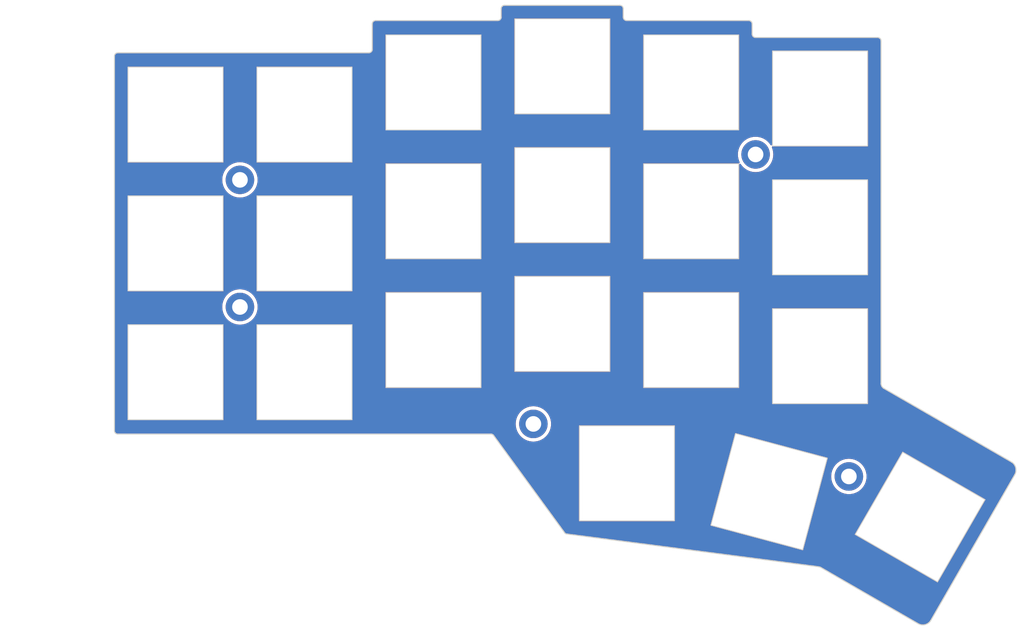
<source format=kicad_pcb>
(kicad_pcb (version 20221018) (generator pcbnew)
  (title_block (title "ish switch plate") (date "2022-07-19") (rev "0.1.0") (company "sungo"))
  (layers (0 "F.Cu" signal) (31 "B.Cu" signal) (34 "B.Paste" user) (35 "F.Paste" user) (36 "B.SilkS" user "B.Silkscreen") (37 "F.SilkS" user "F.Silkscreen") (38 "B.Mask" user) (39 "F.Mask" user) (44 "Edge.Cuts" user))
  (net 0 "")
  (footprint "kbd:M2_Hole_TH" (layer "F.Cu") (at 79.5 86.75)
    (fp_text reference "" (at 0 -3.2) (layer "F.SilkS"))
    (fp_text value "")
    (pad "" thru_hole circle (at 0 0) (size 4.2 4.2) (drill 2.3) (layers "*.Cu" "*.Mask"))
  )
  (footprint "kbd:M2_Hole_TH" (layer "F.Cu") (at 79.5 105.5)
    (fp_text reference "" (at 0 -3.2) (layer "F.SilkS"))
    (fp_text value "")
    (pad "" thru_hole circle (at 0 0) (size 4.2 4.2) (drill 2.3) (layers "*.Cu" "*.Mask"))
  )
  (footprint "kbd:M2_Hole_TH" (layer "F.Cu") (at 155.5 83)
    (fp_text reference "" (at 0 -3.2) (layer "F.SilkS"))
    (fp_text value "")
    (pad "" thru_hole circle (at 0 0) (size 4.2 4.2) (drill 2.3) (layers "*.Cu" "*.Mask"))
  )
  (footprint "kbd:M2_Hole_TH" (layer "F.Cu") (at 122.75 122.75)
    (fp_text reference "" (at 0 -3.2) (layer "F.SilkS"))
    (fp_text value "")
    (pad "" thru_hole circle (at 0 0) (size 4.2 4.2) (drill 2.3) (layers "*.Cu" "*.Mask"))
  )
  (footprint "kbd:M2_Hole_TH" (layer "F.Cu") (at 169.25 130.5)
    (fp_text reference "" (at 0 -3.2) (layer "F.SilkS"))
    (fp_text value "")
    (pad "" thru_hole circle (at 0 0) (size 4.2 4.2) (drill 2.3) (layers "*.Cu" "*.Mask"))
  )
  (footprint "kbd:SW_Hole" (layer "F.Cu") (at 70.01 77.125)
    (fp_text reference "SW2" hide)
    (fp_text value "KEY_SWITCH" hide)
    (fp_line (start -7 -7) (end -7 7) (stroke (width 0.12)) (layer "Edge.Cuts"))
    (fp_line (start -7 7) (end 7 7) (stroke (width 0.12)) (layer "Edge.Cuts"))
    (fp_line (start 7 -7) (end -7 -7) (stroke (width 0.12)) (layer "Edge.Cuts"))
    (fp_line (start 7 7) (end 7 -7) (stroke (width 0.12)) (layer "Edge.Cuts"))
  )
  (footprint "kbd:SW_Hole" (layer "F.Cu") (at 70.01 96.125)
    (fp_text reference "SW2" hide)
    (fp_text value "KEY_SWITCH" hide)
    (fp_line (start -7 -7) (end -7 7) (stroke (width 0.12)) (layer "Edge.Cuts"))
    (fp_line (start -7 7) (end 7 7) (stroke (width 0.12)) (layer "Edge.Cuts"))
    (fp_line (start 7 -7) (end -7 -7) (stroke (width 0.12)) (layer "Edge.Cuts"))
    (fp_line (start 7 7) (end 7 -7) (stroke (width 0.12)) (layer "Edge.Cuts"))
  )
  (footprint "kbd:SW_Hole" (layer "F.Cu") (at 70.01 115.125)
    (fp_text reference "SW2" hide)
    (fp_text value "KEY_SWITCH" hide)
    (fp_line (start -7 -7) (end -7 7) (stroke (width 0.12)) (layer "Edge.Cuts"))
    (fp_line (start -7 7) (end 7 7) (stroke (width 0.12)) (layer "Edge.Cuts"))
    (fp_line (start 7 -7) (end -7 -7) (stroke (width 0.12)) (layer "Edge.Cuts"))
    (fp_line (start 7 7) (end 7 -7) (stroke (width 0.12)) (layer "Edge.Cuts"))
  )
  (footprint "kbd:SW_Hole" (layer "F.Cu") (at 89.01 77.125)
    (fp_text reference "SW2" hide)
    (fp_text value "KEY_SWITCH" hide)
    (fp_line (start -7 -7) (end -7 7) (stroke (width 0.12)) (layer "Edge.Cuts"))
    (fp_line (start -7 7) (end 7 7) (stroke (width 0.12)) (layer "Edge.Cuts"))
    (fp_line (start 7 -7) (end -7 -7) (stroke (width 0.12)) (layer "Edge.Cuts"))
    (fp_line (start 7 7) (end 7 -7) (stroke (width 0.12)) (layer "Edge.Cuts"))
  )
  (footprint "kbd:SW_Hole" (layer "F.Cu") (at 89.01 115.125)
    (fp_text reference "SW2" hide)
    (fp_text value "KEY_SWITCH" hide)
    (fp_line (start -7 -7) (end -7 7) (stroke (width 0.12)) (layer "Edge.Cuts"))
    (fp_line (start -7 7) (end 7 7) (stroke (width 0.12)) (layer "Edge.Cuts"))
    (fp_line (start 7 -7) (end -7 -7) (stroke (width 0.12)) (layer "Edge.Cuts"))
    (fp_line (start 7 7) (end 7 -7) (stroke (width 0.12)) (layer "Edge.Cuts"))
  )
  (footprint "kbd:SW_Hole" (layer "F.Cu") (at 89.01 96.125)
    (fp_text reference "SW2" hide)
    (fp_text value "KEY_SWITCH" hide)
    (fp_line (start -7 -7) (end -7 7) (stroke (width 0.12)) (layer "Edge.Cuts"))
    (fp_line (start -7 7) (end 7 7) (stroke (width 0.12)) (layer "Edge.Cuts"))
    (fp_line (start 7 -7) (end -7 -7) (stroke (width 0.12)) (layer "Edge.Cuts"))
    (fp_line (start 7 7) (end 7 -7) (stroke (width 0.12)) (layer "Edge.Cuts"))
  )
  (footprint "kbd:SW_Hole" (layer "F.Cu") (at 108.01 72.375)
    (fp_text reference "SW2" hide)
    (fp_text value "KEY_SWITCH" hide)
    (fp_line (start -7 -7) (end -7 7) (stroke (width 0.12)) (layer "Edge.Cuts"))
    (fp_line (start -7 7) (end 7 7) (stroke (width 0.12)) (layer "Edge.Cuts"))
    (fp_line (start 7 -7) (end -7 -7) (stroke (width 0.12)) (layer "Edge.Cuts"))
    (fp_line (start 7 7) (end 7 -7) (stroke (width 0.12)) (layer "Edge.Cuts"))
  )
  (footprint "kbd:SW_Hole" (layer "F.Cu") (at 108.01 110.375)
    (fp_text reference "SW2" hide)
    (fp_text value "KEY_SWITCH" hide)
    (fp_line (start -7 -7) (end -7 7) (stroke (width 0.12)) (layer "Edge.Cuts"))
    (fp_line (start -7 7) (end 7 7) (stroke (width 0.12)) (layer "Edge.Cuts"))
    (fp_line (start 7 -7) (end -7 -7) (stroke (width 0.12)) (layer "Edge.Cuts"))
    (fp_line (start 7 7) (end 7 -7) (stroke (width 0.12)) (layer "Edge.Cuts"))
  )
  (footprint "kbd:SW_Hole" (layer "F.Cu") (at 108.01 91.375)
    (fp_text reference "SW2" hide)
    (fp_text value "KEY_SWITCH" hide)
    (fp_line (start -7 -7) (end -7 7) (stroke (width 0.12)) (layer "Edge.Cuts"))
    (fp_line (start -7 7) (end 7 7) (stroke (width 0.12)) (layer "Edge.Cuts"))
    (fp_line (start 7 -7) (end -7 -7) (stroke (width 0.12)) (layer "Edge.Cuts"))
    (fp_line (start 7 7) (end 7 -7) (stroke (width 0.12)) (layer "Edge.Cuts"))
  )
  (footprint "kbd:SW_Hole" (layer "F.Cu") (at 127.01 70)
    (fp_text reference "SW2" hide)
    (fp_text value "KEY_SWITCH" hide)
    (fp_line (start -7 -7) (end -7 7) (stroke (width 0.12)) (layer "Edge.Cuts"))
    (fp_line (start -7 7) (end 7 7) (stroke (width 0.12)) (layer "Edge.Cuts"))
    (fp_line (start 7 -7) (end -7 -7) (stroke (width 0.12)) (layer "Edge.Cuts"))
    (fp_line (start 7 7) (end 7 -7) (stroke (width 0.12)) (layer "Edge.Cuts"))
  )
  (footprint "kbd:SW_Hole" (layer "F.Cu") (at 127.01 108)
    (fp_text reference "SW2" hide)
    (fp_text value "KEY_SWITCH" hide)
    (fp_line (start -7 -7) (end -7 7) (stroke (width 0.12)) (layer "Edge.Cuts"))
    (fp_line (start -7 7) (end 7 7) (stroke (width 0.12)) (layer "Edge.Cuts"))
    (fp_line (start 7 -7) (end -7 -7) (stroke (width 0.12)) (layer "Edge.Cuts"))
    (fp_line (start 7 7) (end 7 -7) (stroke (width 0.12)) (layer "Edge.Cuts"))
  )
  (footprint "kbd:SW_Hole" (layer "F.Cu") (at 127.01 89)
    (fp_text reference "SW2" hide)
    (fp_text value "KEY_SWITCH" hide)
    (fp_line (start -7 -7) (end -7 7) (stroke (width 0.12)) (layer "Edge.Cuts"))
    (fp_line (start -7 7) (end 7 7) (stroke (width 0.12)) (layer "Edge.Cuts"))
    (fp_line (start 7 -7) (end -7 -7) (stroke (width 0.12)) (layer "Edge.Cuts"))
    (fp_line (start 7 7) (end 7 -7) (stroke (width 0.12)) (layer "Edge.Cuts"))
  )
  (footprint "kbd:SW_Hole" (layer "F.Cu") (at 146.01 110.375)
    (fp_text reference "SW2" hide)
    (fp_text value "KEY_SWITCH" hide)
    (fp_line (start -7 -7) (end -7 7) (stroke (width 0.12)) (layer "Edge.Cuts"))
    (fp_line (start -7 7) (end 7 7) (stroke (width 0.12)) (layer "Edge.Cuts"))
    (fp_line (start 7 -7) (end -7 -7) (stroke (width 0.12)) (layer "Edge.Cuts"))
    (fp_line (start 7 7) (end 7 -7) (stroke (width 0.12)) (layer "Edge.Cuts"))
  )
  (footprint "kbd:SW_Hole" (layer "F.Cu") (at 146.01 72.375)
    (fp_text reference "SW2" hide)
    (fp_text value "KEY_SWITCH" hide)
    (fp_line (start -7 -7) (end -7 7) (stroke (width 0.12)) (layer "Edge.Cuts"))
    (fp_line (start -7 7) (end 7 7) (stroke (width 0.12)) (layer "Edge.Cuts"))
    (fp_line (start 7 -7) (end -7 -7) (stroke (width 0.12)) (layer "Edge.Cuts"))
    (fp_line (start 7 7) (end 7 -7) (stroke (width 0.12)) (layer "Edge.Cuts"))
  )
  (footprint "kbd:SW_Hole" (layer "F.Cu") (at 146.01 91.375)
    (fp_text reference "SW2" hide)
    (fp_text value "KEY_SWITCH" hide)
    (fp_line (start -7 -7) (end -7 7) (stroke (width 0.12)) (layer "Edge.Cuts"))
    (fp_line (start -7 7) (end 7 7) (stroke (width 0.12)) (layer "Edge.Cuts"))
    (fp_line (start 7 -7) (end -7 -7) (stroke (width 0.12)) (layer "Edge.Cuts"))
    (fp_line (start 7 7) (end 7 -7) (stroke (width 0.12)) (layer "Edge.Cuts"))
  )
  (footprint "kbd:SW_Hole" (layer "F.Cu") (at 165.01 93.75)
    (fp_text reference "SW2" hide)
    (fp_text value "KEY_SWITCH" hide)
    (fp_line (start -7 -7) (end -7 7) (stroke (width 0.12)) (layer "Edge.Cuts"))
    (fp_line (start -7 7) (end 7 7) (stroke (width 0.12)) (layer "Edge.Cuts"))
    (fp_line (start 7 -7) (end -7 -7) (stroke (width 0.12)) (layer "Edge.Cuts"))
    (fp_line (start 7 7) (end 7 -7) (stroke (width 0.12)) (layer "Edge.Cuts"))
  )
  (footprint "kbd:SW_Hole" (layer "F.Cu") (at 165.01 74.75)
    (fp_text reference "SW2" hide)
    (fp_text value "KEY_SWITCH" hide)
    (fp_line (start -7 -7) (end -7 7) (stroke (width 0.12)) (layer "Edge.Cuts"))
    (fp_line (start -7 7) (end 7 7) (stroke (width 0.12)) (layer "Edge.Cuts"))
    (fp_line (start 7 -7) (end -7 -7) (stroke (width 0.12)) (layer "Edge.Cuts"))
    (fp_line (start 7 7) (end 7 -7) (stroke (width 0.12)) (layer "Edge.Cuts"))
  )
  (footprint "kbd:SW_Hole" (layer "F.Cu") (at 165.01 112.75)
    (fp_text reference "SW2" hide)
    (fp_text value "KEY_SWITCH" hide)
    (fp_line (start -7 -7) (end -7 7) (stroke (width 0.12)) (layer "Edge.Cuts"))
    (fp_line (start -7 7) (end 7 7) (stroke (width 0.12)) (layer "Edge.Cuts"))
    (fp_line (start 7 -7) (end -7 -7) (stroke (width 0.12)) (layer "Edge.Cuts"))
    (fp_line (start 7 7) (end 7 -7) (stroke (width 0.12)) (layer "Edge.Cuts"))
  )
  (footprint "kbd:SW_Hole" (layer "F.Cu") (at 136.53 130.035)
    (fp_text reference "SW2" hide)
    (fp_text value "KEY_SWITCH" hide)
    (fp_line (start -7 -7) (end -7 7) (stroke (width 0.12)) (layer "Edge.Cuts"))
    (fp_line (start -7 7) (end 7 7) (stroke (width 0.12)) (layer "Edge.Cuts"))
    (fp_line (start 7 -7) (end -7 -7) (stroke (width 0.12)) (layer "Edge.Cuts"))
    (fp_line (start 7 7) (end 7 -7) (stroke (width 0.12)) (layer "Edge.Cuts"))
  )
  (footprint "kbd:SW_Hole" (layer "F.Cu") (at 157.492 132.744 -15)
    (fp_text reference "SW2" hide)
    (fp_text value "KEY_SWITCH" hide)
    (fp_line (start -7 -7) (end -7 7) (stroke (width 0.12)) (layer "Edge.Cuts"))
    (fp_line (start -7 7) (end 7 7) (stroke (width 0.12)) (layer "Edge.Cuts"))
    (fp_line (start 7 -7) (end -7 -7) (stroke (width 0.12)) (layer "Edge.Cuts"))
    (fp_line (start 7 7) (end 7 -7) (stroke (width 0.12)) (layer "Edge.Cuts"))
  )
  (footprint "kbd:SW_Hole" (layer "F.Cu") (at 179.75 136.485 -30)
    (fp_text reference "SW2" hide)
    (fp_text value "KEY_SWITCH" hide)
    (fp_line (start -7 -7) (end -7 7) (stroke (width 0.12)) (layer "Edge.Cuts"))
    (fp_line (start -7 7) (end 7 7) (stroke (width 0.12)) (layer "Edge.Cuts"))
    (fp_line (start 7 -7) (end -7 -7) (stroke (width 0.12)) (layer "Edge.Cuts"))
    (fp_line (start 7 7) (end 7 -7) (stroke (width 0.12)) (layer "Edge.Cuts"))
  )
  (gr_arc (start 193.270509 128.396988) (mid 193.860661 129.282182) (end 193.65 130.325) (stroke (width 0.15)) (layer "Edge.Cuts"))
  (gr_arc (start 155.5 65.75) (mid 155.146447 65.603553) (end 155 65.25) (stroke (width 0.15)) (layer "Edge.Cuts"))
  (gr_line (start 193.270509 128.396988) (end 174.35 117.475) (stroke (width 0.15)) (layer "Edge.Cuts"))
  (gr_line (start 61 68.5) (end 61 123.75) (stroke (width 0.15)) (layer "Edge.Cuts"))
  (gr_line (start 116.853553 124.396447) (end 127.396447 138.853553) (stroke (width 0.15)) (layer "Edge.Cuts"))
  (gr_arc (start 181.297263 151.781465) (mid 180.412069 152.371617) (end 179.369251 152.160956) (stroke (width 0.15)) (layer "Edge.Cuts"))
  (gr_arc (start 99 63.75) (mid 99.146447 63.396447) (end 99.5 63.25) (stroke (width 0.15)) (layer "Edge.Cuts"))
  (gr_arc (start 118 61.5) (mid 118.146447 61.146447) (end 118.5 61) (stroke (width 0.15)) (layer "Edge.Cuts"))
  (gr_arc (start 116.5 124.25) (mid 116.691342 124.28806) (end 116.853553 124.396447) (stroke (width 0.15)) (layer "Edge.Cuts"))
  (gr_line (start 165.075 143.9) (end 179.369251 152.160956) (stroke (width 0.15)) (layer "Edge.Cuts"))
  (gr_arc (start 61 68.5) (mid 61.146447 68.146447) (end 61.5 68) (stroke (width 0.15)) (layer "Edge.Cuts"))
  (gr_arc (start 174.35 117.475) (mid 174.096093 117.183739) (end 173.997282 116.810192) (stroke (width 0.15)) (layer "Edge.Cuts"))
  (gr_arc (start 164.420556 143.770344) (mid 164.750952 143.819149) (end 165.075 143.9) (stroke (width 0.15)) (layer "Edge.Cuts"))
  (gr_line (start 174 66.25) (end 173.997282 116.810192) (stroke (width 0.15)) (layer "Edge.Cuts"))
  (gr_arc (start 99 67.5) (mid 98.853553 67.853553) (end 98.5 68) (stroke (width 0.15)) (layer "Edge.Cuts"))
  (gr_line (start 98.5 68) (end 61.5 68) (stroke (width 0.15)) (layer "Edge.Cuts"))
  (gr_line (start 117.5 63.25) (end 99.5 63.25) (stroke (width 0.15)) (layer "Edge.Cuts"))
  (gr_arc (start 154.5 63.25) (mid 154.853553 63.396447) (end 155 63.75) (stroke (width 0.15)) (layer "Edge.Cuts"))
  (gr_arc (start 118 62.75) (mid 117.853553 63.103553) (end 117.5 63.25) (stroke (width 0.15)) (layer "Edge.Cuts"))
  (gr_line (start 118 61.5) (end 118 62.75) (stroke (width 0.15)) (layer "Edge.Cuts"))
  (gr_line (start 181.297263 151.781465) (end 193.65 130.325) (stroke (width 0.15)) (layer "Edge.Cuts"))
  (gr_arc (start 173.5 65.75) (mid 173.853553 65.896447) (end 174 66.25) (stroke (width 0.15)) (layer "Edge.Cuts"))
  (gr_line (start 154.5 63.25) (end 136.5 63.25) (stroke (width 0.15)) (layer "Edge.Cuts"))
  (gr_arc (start 136.5 63.25) (mid 136.146447 63.103553) (end 136 62.75) (stroke (width 0.15)) (layer "Edge.Cuts"))
  (gr_line (start 173.5 65.75) (end 155.5 65.75) (stroke (width 0.15)) (layer "Edge.Cuts"))
  (gr_line (start 116.5 124.25) (end 61.5 124.25) (stroke (width 0.15)) (layer "Edge.Cuts"))
  (gr_line (start 136 62.75) (end 136 61.5) (stroke (width 0.15)) (layer "Edge.Cuts"))
  (gr_arc (start 135.5 61) (mid 135.853553 61.146447) (end 136 61.5) (stroke (width 0.15)) (layer "Edge.Cuts"))
  (gr_arc (start 127.75 139) (mid 127.558658 138.96194) (end 127.396447 138.853553) (stroke (width 0.15)) (layer "Edge.Cuts"))
  (gr_arc (start 61.5 124.25) (mid 61.146447 124.103553) (end 61 123.75) (stroke (width 0.15)) (layer "Edge.Cuts"))
  (gr_line (start 155 65.25) (end 155 63.75) (stroke (width 0.15)) (layer "Edge.Cuts"))
  (gr_line (start 99 63.75) (end 99 67.5) (stroke (width 0.15)) (layer "Edge.Cuts"))
  (gr_line (start 135.5 61) (end 118.5 61) (stroke (width 0.15)) (layer "Edge.Cuts"))
  (gr_line (start 127.75 139) (end 164.420556 143.770344) (stroke (width 0.15)) (layer "Edge.Cuts"))
  (zone (net 0) (net_name "") (layer "F.Cu") (connect_pads (clearance 0.508)) (min_thickness 0.254) (fill yes (thermal_gap 0.508) (thermal_bridge_width 0.508))
    (polygon (pts (xy 136.535 62.875) (xy 155.56 62.875) (xy 155.56 65.225) (xy 174.535 65.225) (xy 174.535 116.7) (xy 195.085 128.65) (xy 180.71 153.475) (xy 164.86 144.3) (xy 127.31 139.425) (xy 116.635 124.65) (xy 60.485 124.65) (xy 60.485 67.6) (xy 98.485 67.6) (xy 98.485 62.85) (xy 117.485 62.85) (xy 117.485 60.475) (xy 136.535 60.475)))
  )
  (zone (net 0) (net_name "") (layer "B.Cu") (connect_pads (clearance 0.508)) (min_thickness 0.254) (fill yes (thermal_gap 0.508) (thermal_bridge_width 0.508))
    (polygon (pts (xy 136.535 62.85) (xy 155.56 62.85) (xy 155.56 65.225) (xy 174.535 65.225) (xy 174.535 116.7) (xy 195.035 128.625) (xy 180.71 153.45) (xy 164.91 144.325) (xy 127.31 139.425) (xy 116.635 124.65) (xy 60.485 124.65) (xy 60.485 67.6) (xy 98.485 67.6) (xy 98.485 62.85) (xy 117.485 62.875) (xy 117.485 60.475) (xy 136.535 60.475)))
  )
)
</source>
